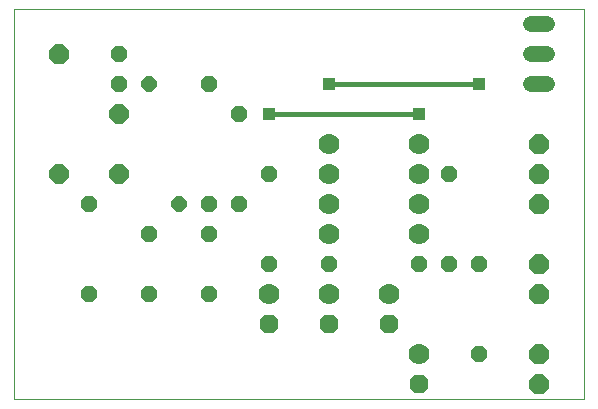
<source format=gtl>
G75*
%MOIN*%
%OFA0B0*%
%FSLAX25Y25*%
%IPPOS*%
%LPD*%
%AMOC8*
5,1,8,0,0,1.08239X$1,22.5*
%
%ADD10C,0.00000*%
%ADD11OC8,0.06600*%
%ADD12OC8,0.06496*%
%ADD13OC8,0.05200*%
%ADD14OC8,0.06300*%
%ADD15C,0.07000*%
%ADD16C,0.05200*%
%ADD17OC8,0.05150*%
%ADD18C,0.01600*%
%ADD19R,0.03962X0.03962*%
D10*
X0024439Y0050939D02*
X0024439Y0180939D01*
X0214439Y0180939D01*
X0214439Y0050939D01*
X0024439Y0050939D01*
D11*
X0039439Y0165939D03*
X0199439Y0135939D03*
X0199439Y0125939D03*
X0199439Y0115939D03*
X0199439Y0095939D03*
X0199439Y0085939D03*
X0199439Y0065939D03*
X0199439Y0055939D03*
D12*
X0059439Y0125939D03*
X0039439Y0125939D03*
X0059439Y0145939D03*
D13*
X0059439Y0155939D03*
X0059439Y0165939D03*
X0089439Y0155939D03*
X0099439Y0145939D03*
X0109439Y0125939D03*
X0099439Y0115939D03*
X0089439Y0115939D03*
X0089439Y0105939D03*
X0089439Y0085939D03*
X0069439Y0085939D03*
X0069439Y0105939D03*
X0049439Y0115939D03*
X0049439Y0085939D03*
X0109439Y0095939D03*
X0129439Y0095939D03*
X0159439Y0095939D03*
X0169439Y0095939D03*
X0179439Y0095939D03*
X0179439Y0065939D03*
X0169439Y0125939D03*
D14*
X0149439Y0075939D03*
X0129439Y0075939D03*
X0109439Y0075939D03*
X0159439Y0055939D03*
D15*
X0159439Y0065939D03*
X0149439Y0085939D03*
X0129439Y0085939D03*
X0129439Y0105939D03*
X0129439Y0115939D03*
X0129439Y0125939D03*
X0129439Y0135939D03*
X0159439Y0135939D03*
X0159439Y0125939D03*
X0159439Y0115939D03*
X0159439Y0105939D03*
X0109439Y0085939D03*
D16*
X0196839Y0155939D02*
X0202039Y0155939D01*
X0202039Y0165939D02*
X0196839Y0165939D01*
X0196839Y0175939D02*
X0202039Y0175939D01*
D17*
X0079439Y0115939D03*
X0069439Y0155939D03*
D18*
X0109439Y0145939D02*
X0159439Y0145939D01*
X0179439Y0155939D02*
X0129439Y0155939D01*
D19*
X0129439Y0155939D03*
X0109439Y0145939D03*
X0159439Y0145939D03*
X0179439Y0155939D03*
M02*

</source>
